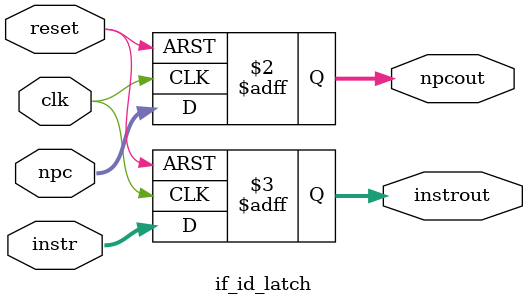
<source format=v>
module if_id_latch(
    input  wire        clk,
    input  wire        reset,
    input  wire [31:0] npc,
    input  wire [31:0] instr,
    output reg  [31:0] npcout,
    output reg  [31:0] instrout
);

    always @(posedge clk or posedge reset) begin
        if (reset) begin
            npcout   <= 32'b0;
            instrout <= 32'b0;
        end else begin
            npcout   <= npc;
            instrout <= instr;
        end
    end

endmodule

</source>
